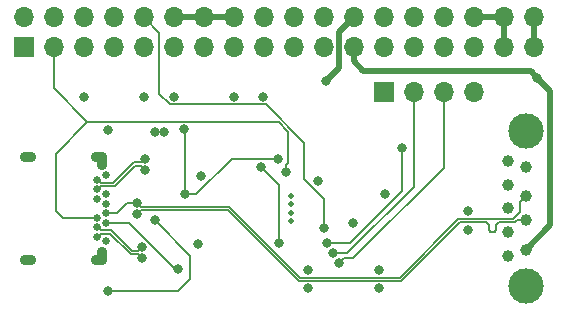
<source format=gbr>
G04 #@! TF.GenerationSoftware,KiCad,Pcbnew,5.1.2*
G04 #@! TF.CreationDate,2019-06-01T11:21:23+02:00*
G04 #@! TF.ProjectId,usb-c-breakout,7573622d-632d-4627-9265-616b6f75742e,rev?*
G04 #@! TF.SameCoordinates,Original*
G04 #@! TF.FileFunction,Copper,L4,Bot*
G04 #@! TF.FilePolarity,Positive*
%FSLAX46Y46*%
G04 Gerber Fmt 4.6, Leading zero omitted, Abs format (unit mm)*
G04 Created by KiCad (PCBNEW 5.1.2) date 2019-06-01 11:21:23*
%MOMM*%
%LPD*%
G04 APERTURE LIST*
%ADD10R,1.700000X1.700000*%
%ADD11O,1.700000X1.700000*%
%ADD12C,1.000000*%
%ADD13C,3.000000*%
%ADD14C,0.500000*%
%ADD15O,1.400000X0.900000*%
%ADD16C,0.650000*%
%ADD17O,0.900000X1.550000*%
%ADD18C,0.800000*%
%ADD19C,0.152400*%
%ADD20C,0.508000*%
G04 APERTURE END LIST*
D10*
X72390000Y-86360000D03*
D11*
X72390000Y-83820000D03*
X74930000Y-86360000D03*
X74930000Y-83820000D03*
X77470000Y-86360000D03*
X77470000Y-83820000D03*
X80010000Y-86360000D03*
X80010000Y-83820000D03*
X82550000Y-86360000D03*
X82550000Y-83820000D03*
X85090000Y-86360000D03*
X85090000Y-83820000D03*
X87630000Y-86360000D03*
X87630000Y-83820000D03*
X90170000Y-86360000D03*
X90170000Y-83820000D03*
X92710000Y-86360000D03*
X92710000Y-83820000D03*
X95250000Y-86360000D03*
X95250000Y-83820000D03*
X97790000Y-86360000D03*
X97790000Y-83820000D03*
X100330000Y-86360000D03*
X100330000Y-83820000D03*
X102870000Y-86360000D03*
X102870000Y-83820000D03*
X105410000Y-86360000D03*
X105410000Y-83820000D03*
X107950000Y-86360000D03*
X107950000Y-83820000D03*
X110490000Y-86360000D03*
X110490000Y-83820000D03*
X113030000Y-86360000D03*
X113030000Y-83820000D03*
X115570000Y-86360000D03*
X115570000Y-83820000D03*
D12*
X113410000Y-103990000D03*
X113410000Y-101990000D03*
X113410000Y-95990000D03*
X113410000Y-97990000D03*
X113410000Y-99990000D03*
X114910000Y-96490000D03*
X114910000Y-98990000D03*
X114910000Y-100990000D03*
X114910000Y-103490000D03*
D13*
X114910000Y-93420000D03*
X114910000Y-106560000D03*
D11*
X110490000Y-90170000D03*
X107950000Y-90170000D03*
X105410000Y-90170000D03*
D10*
X102870000Y-90170000D03*
D14*
X95000000Y-98950000D03*
X95000000Y-101050000D03*
X95000000Y-100350000D03*
X95000000Y-99650000D03*
D15*
X78750000Y-95670000D03*
X78750000Y-104330000D03*
X72800000Y-104330000D03*
X72800000Y-95670000D03*
D16*
X79350000Y-102800000D03*
X79350000Y-101200000D03*
X79350000Y-100400000D03*
X79350000Y-99600000D03*
X79350000Y-98800000D03*
X79350000Y-97200000D03*
X78650000Y-102400000D03*
X78650000Y-101600000D03*
X78650000Y-100800000D03*
X78650000Y-99200000D03*
X78650000Y-98400000D03*
X78650000Y-97600000D03*
D17*
X79000000Y-104000000D03*
X79000000Y-96000000D03*
D18*
X82677000Y-96713500D03*
X82677000Y-95786500D03*
X82423000Y-103286500D03*
X82423000Y-104213500D03*
X87122000Y-102997000D03*
X87376000Y-97282000D03*
X85100000Y-90600000D03*
X77500000Y-90600000D03*
X103000000Y-98750000D03*
X102500000Y-105250000D03*
X102500000Y-106750000D03*
X96500000Y-105250000D03*
X96500000Y-106750000D03*
X110000000Y-100200000D03*
X110000000Y-101800000D03*
X97282000Y-97663000D03*
X94573473Y-96926527D03*
X82000502Y-100463500D03*
X82000502Y-99536500D03*
X93899998Y-95800000D03*
X86100000Y-98799996D03*
X86000000Y-93303200D03*
X98600000Y-103800000D03*
X99114572Y-104629144D03*
X104400000Y-94900000D03*
X98100000Y-102900000D03*
X94000000Y-102950000D03*
X92500000Y-96500000D03*
X97800000Y-101700000D03*
X115888999Y-88938999D03*
X92693597Y-90600000D03*
X90200000Y-90600000D03*
X82600000Y-90600000D03*
X83500000Y-93500000D03*
X84250000Y-93500000D03*
X100250000Y-101250000D03*
X98000000Y-89200000D03*
X79500000Y-93400000D03*
X85500000Y-105100000D03*
X83500000Y-101000000D03*
X79500000Y-107000000D03*
D19*
X82353200Y-96389700D02*
X81861866Y-96389700D01*
X82677000Y-96713500D02*
X82353200Y-96389700D01*
X80111866Y-98139700D02*
X78910300Y-98139700D01*
X78910300Y-98139700D02*
X78650000Y-98400000D01*
X81861866Y-96389700D02*
X80111866Y-98139700D01*
X82677000Y-95786500D02*
X82353200Y-96110300D01*
X82353200Y-96110300D02*
X81746134Y-96110300D01*
X78910300Y-97860300D02*
X78650000Y-97600000D01*
X81746134Y-96110300D02*
X79996134Y-97860300D01*
X79996134Y-97860300D02*
X78910300Y-97860300D01*
X82099200Y-103610300D02*
X81582866Y-103610300D01*
X82423000Y-103286500D02*
X82099200Y-103610300D01*
X78910300Y-101860300D02*
X78650000Y-101600000D01*
X79832866Y-101860300D02*
X78910300Y-101860300D01*
X81582866Y-103610300D02*
X79832866Y-101860300D01*
X82423000Y-104213500D02*
X82099200Y-103889700D01*
X82099200Y-103889700D02*
X81467134Y-103889700D01*
X78910300Y-102139700D02*
X78650000Y-102400000D01*
X81467134Y-103889700D02*
X79717134Y-102139700D01*
X79717134Y-102139700D02*
X78910300Y-102139700D01*
D20*
X115570000Y-83820000D02*
X115570000Y-86360000D01*
D19*
X75700000Y-100800000D02*
X75100000Y-100200000D01*
X78650000Y-100800000D02*
X75700000Y-100800000D01*
X75100000Y-100200000D02*
X75100000Y-95400000D01*
X75100000Y-95400000D02*
X77800000Y-92700000D01*
X74930000Y-89830000D02*
X77800000Y-92700000D01*
X74930000Y-86360000D02*
X74930000Y-89830000D01*
X94573473Y-96360842D02*
X94573473Y-96926527D01*
X94800000Y-96134315D02*
X94573473Y-96360842D01*
X94800000Y-93500001D02*
X94800000Y-96134315D01*
X77800000Y-92700000D02*
X93999999Y-92700000D01*
X93999999Y-92700000D02*
X94800000Y-93500001D01*
X114202894Y-100990000D02*
X114910000Y-100990000D01*
X112679411Y-101179411D02*
X114013483Y-101179411D01*
X112612654Y-101186933D02*
X112679411Y-101179411D01*
X114013483Y-101179411D02*
X114202894Y-100990000D01*
X112549245Y-101209121D02*
X112612654Y-101186933D01*
X112492364Y-101244862D02*
X112549245Y-101209121D01*
X112379411Y-101729581D02*
X112379411Y-101479411D01*
X112371889Y-101796338D02*
X112379411Y-101729581D01*
X111609576Y-101209121D02*
X111666457Y-101244862D01*
X112444861Y-101292365D02*
X112492364Y-101244862D01*
X95692134Y-106139700D02*
X104357866Y-106139700D01*
X111713960Y-101292365D02*
X111749701Y-101349246D01*
X111844861Y-101916628D02*
X111892364Y-101964131D01*
X111779411Y-101729581D02*
X111786932Y-101796338D01*
X111809120Y-101859747D02*
X111844861Y-101916628D01*
X112313960Y-101916628D02*
X112349701Y-101859747D01*
X112012654Y-102022060D02*
X112079411Y-102029581D01*
X112409120Y-101349246D02*
X112444861Y-101292365D01*
X112386932Y-101412655D02*
X112409120Y-101349246D01*
X109318155Y-101179411D02*
X111479411Y-101179411D01*
X112209576Y-101999872D02*
X112266457Y-101964131D01*
X111546167Y-101186933D02*
X111609576Y-101209121D01*
X104357866Y-106139700D02*
X109318155Y-101179411D01*
X89692134Y-100139700D02*
X95692134Y-106139700D01*
X111666457Y-101244862D02*
X111713960Y-101292365D01*
X82324302Y-100139700D02*
X89692134Y-100139700D01*
X111779411Y-101479411D02*
X111779411Y-101729581D01*
X82000502Y-100463500D02*
X82324302Y-100139700D01*
X111771889Y-101412655D02*
X111779411Y-101479411D01*
X111786932Y-101796338D02*
X111809120Y-101859747D01*
X111892364Y-101964131D02*
X111949245Y-101999872D01*
X111479411Y-101179411D02*
X111546167Y-101186933D01*
X111749701Y-101349246D02*
X111771889Y-101412655D01*
X112349701Y-101859747D02*
X112371889Y-101796338D01*
X111949245Y-101999872D02*
X112012654Y-102022060D01*
X112079411Y-102029581D02*
X112146167Y-102022060D01*
X112379411Y-101479411D02*
X112386932Y-101412655D01*
X112146167Y-102022060D02*
X112209576Y-101999872D01*
X112266457Y-101964131D02*
X112313960Y-101916628D01*
X81163500Y-99536500D02*
X82000502Y-99536500D01*
X79350000Y-100400000D02*
X80300000Y-100400000D01*
X80300000Y-100400000D02*
X81163500Y-99536500D01*
X114410001Y-100289999D02*
X114410001Y-99489999D01*
X104242134Y-105860300D02*
X109202433Y-100900001D01*
X82000502Y-99536500D02*
X82324302Y-99860300D01*
X82324302Y-99860300D02*
X89807866Y-99860300D01*
X113799999Y-100900001D02*
X114410001Y-100289999D01*
X89807866Y-99860300D02*
X95807866Y-105860300D01*
X95807866Y-105860300D02*
X104242134Y-105860300D01*
X114410001Y-99489999D02*
X114910000Y-98990000D01*
X109202433Y-100900001D02*
X113799999Y-100900001D01*
X86100000Y-98799996D02*
X86100000Y-93403200D01*
X86100000Y-93403200D02*
X86000000Y-93303200D01*
X86665685Y-98799996D02*
X86100000Y-98799996D01*
X87000004Y-98799996D02*
X86665685Y-98799996D01*
X93899998Y-95800000D02*
X90000000Y-95800000D01*
X90000000Y-95800000D02*
X87000004Y-98799996D01*
X99165685Y-103800000D02*
X98600000Y-103800000D01*
X99800000Y-103800000D02*
X99165685Y-103800000D01*
X105410000Y-90170000D02*
X105410000Y-98190000D01*
X105410000Y-98190000D02*
X99800000Y-103800000D01*
X99514571Y-104229145D02*
X99114572Y-104629144D01*
X100270855Y-104229145D02*
X99514571Y-104229145D01*
X107950000Y-90170000D02*
X107950000Y-96550000D01*
X107950000Y-96550000D02*
X100270855Y-104229145D01*
X100000000Y-102900000D02*
X98100000Y-102900000D01*
X104400000Y-94900000D02*
X104400000Y-98500000D01*
X104400000Y-98500000D02*
X100000000Y-102900000D01*
D20*
X85090000Y-83820000D02*
X90170000Y-83820000D01*
D19*
X94000000Y-102950000D02*
X94000000Y-98000000D01*
X94000000Y-98000000D02*
X92500000Y-96500000D01*
X83900000Y-90292738D02*
X83900000Y-85170000D01*
X83900000Y-85170000D02*
X82550000Y-83820000D01*
X97800000Y-99189381D02*
X96150000Y-97539381D01*
X97800000Y-101700000D02*
X97800000Y-99189381D01*
X92898346Y-91203201D02*
X84810463Y-91203201D01*
X96150000Y-97539381D02*
X96150000Y-94454855D01*
X96150000Y-94454855D02*
X92898346Y-91203201D01*
X84810463Y-91203201D02*
X83900000Y-90292738D01*
D20*
X100330000Y-86360000D02*
X100330000Y-87562081D01*
X115350000Y-88400000D02*
X115888999Y-88938999D01*
X101167919Y-88400000D02*
X115350000Y-88400000D01*
X100330000Y-87562081D02*
X101167919Y-88400000D01*
X116999999Y-90049999D02*
X115888999Y-88938999D01*
X114910000Y-103490000D02*
X116999999Y-101400001D01*
X116999999Y-101400001D02*
X116999999Y-90049999D01*
X113030000Y-83820000D02*
X110490000Y-83820000D01*
X113030000Y-83820000D02*
X113030000Y-86360000D01*
X99098999Y-88101001D02*
X98399999Y-88800001D01*
X98399999Y-88800001D02*
X98000000Y-89200000D01*
X99098999Y-85051001D02*
X99098999Y-88101001D01*
X100330000Y-83820000D02*
X99098999Y-85051001D01*
D19*
X85200000Y-105100000D02*
X85500000Y-105100000D01*
X79350000Y-101200000D02*
X81300000Y-101200000D01*
X81300000Y-101200000D02*
X85200000Y-105100000D01*
X85500000Y-107000000D02*
X80065685Y-107000000D01*
X80065685Y-107000000D02*
X79500000Y-107000000D01*
X83500000Y-101000000D02*
X86500000Y-104000000D01*
X86500000Y-104000000D02*
X86500000Y-106000000D01*
X86500000Y-106000000D02*
X85500000Y-107000000D01*
M02*

</source>
